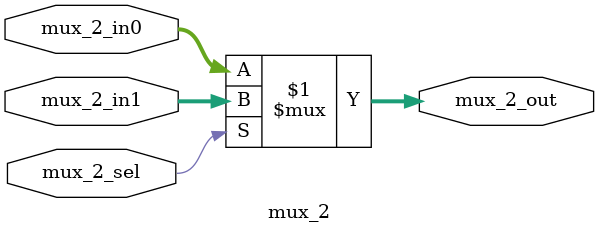
<source format=v>
module mux_2 (
    input  wire [31:0] mux_2_in0,
    input  wire [31:0] mux_2_in1,
    input  wire        mux_2_sel,
    output wire [31:0] mux_2_out
);

assign mux_2_out = mux_2_sel ? mux_2_in1 : mux_2_in0;

endmodule
</source>
